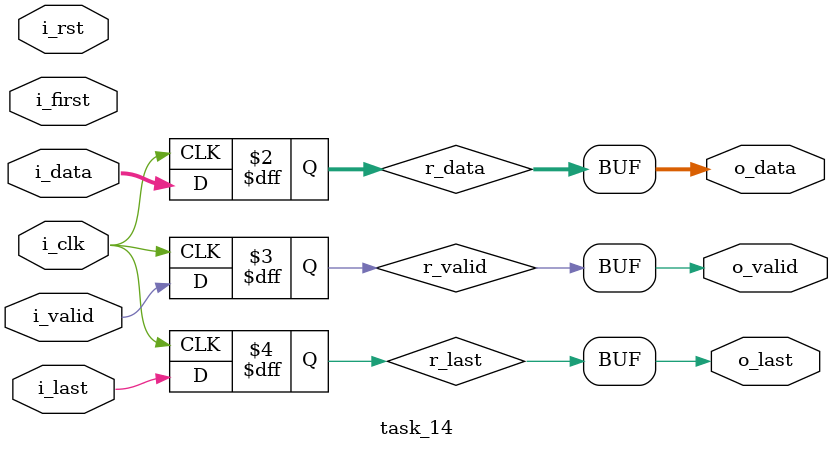
<source format=sv>
`timescale 1ns / 1ps
module task_14
#(
  parameter int TASK_INPUT_WIDTH = 8,
  parameter int TASK_OUTPUT_WIDTH = 8,
  parameter int INPUT_STREAMS     = 1,
  parameter int OUTPUT_STREAMS    = 1

)(
  input                         i_clk,
  input                         i_rst,

  input                         i_valid,
  input                         i_first,
  input                         i_last,
  input [TASK_INPUT_WIDTH-1:0]  i_data,

  output logic                  o_valid,
  output logic                  o_last,
  output logic [TASK_OUTPUT_WIDTH-1:0] o_data
);

  logic [TASK_OUTPUT_WIDTH-1:0] r_data; // Just a dummy register. Replace with your code.
  logic r_valid; // Just a dummy register. Replace with your code.
  logic r_last; // Just a dummy register. Replace with your code.

  always@(posedge i_clk) begin
    r_data <= i_data; // Just a dummy assignement. Replace with your code.
    r_valid <= i_valid; // Just a dummy assignement. Replace with your code.
    r_last <= i_last; // Just a dummy assignement. Replace with your code.
  end

  assign o_data = r_data; // Just a dummy assignement. Replace with your code.
  assign o_valid = r_valid; // Just a dummy assignement. Replace with your code.
  assign o_last = r_last; // Just a dummy assignement. Replace with your code.


endmodule


</source>
